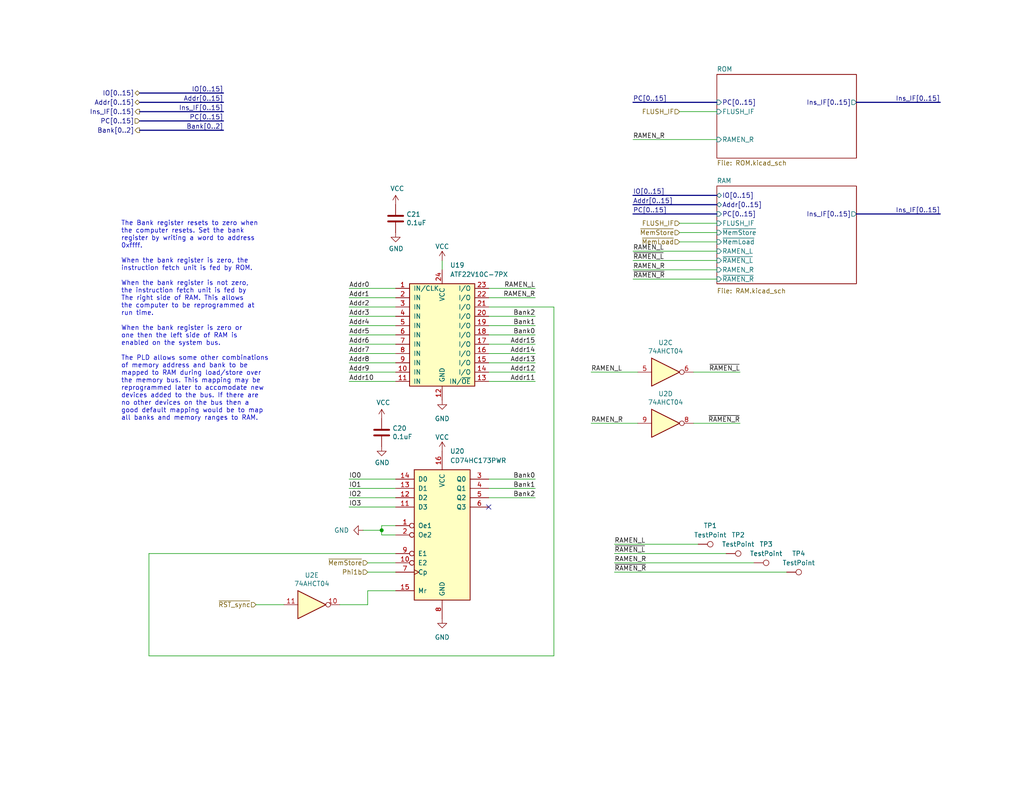
<source format=kicad_sch>
(kicad_sch (version 20250114) (generator "eeschema") (generator_version "9.0")
  (paper "USLetter")
  (title_block (date "2025-07-01") (rev "A"))
  (lib_symbols
    (symbol "Connector:TestPoint" (pin_numbers (hide yes)) (pin_names (offset 0.762) (hide yes))
      (property "Reference" "TP" (at 0 6.858 0))
      (property "Value" "TestPoint" (at 0 5.08 0))
      (symbol "TestPoint_0_1"
        (circle (center 0 3.302) (radius 0.762))
      )
      (symbol "TestPoint_1_1"
        (pin passive line (at 0 0 90) (length 2.54) (name "1") (number "1"))
      )
    )
    (symbol "Device:C" (pin_numbers (hide yes)) (pin_names (offset 0.254))
      (property "Reference" "C" (at 0.635 2.54 0))
      (property "Value" "C" (at 0.635 -2.54 0))
      (symbol "C_0_1"
        (polyline (pts (xy -2.032 0.762) (xy 2.032 0.762)) (stroke (width 0.508)))
        (polyline (pts (xy -2.032 -0.762) (xy 2.032 -0.762)) (stroke (width 0.508)))
      )
      (symbol "C_1_1"
        (pin passive line (at 0 3.81 270) (length 2.794) (name "~") (number "1"))
        (pin passive line (at 0 -3.81 90) (length 2.794) (name "~") (number "2"))
      )
    )
    (symbol "Turtle16:74AHCT04"
      (property "Reference" "U" (at 0 1.27 0))
      (property "Value" "74AHCT04" (at 0 -1.27 0))
      (symbol "74AHCT04_1_0"
        (polyline (pts (xy -3.81 3.81) (xy -3.81 -3.81) (xy 3.81 0) (xy -3.81 3.81)) (stroke (width 0.254)) (fill (type background)))
        (pin input line (at -7.62 0 0) (length 3.81) (name "~") (number "1"))
        (pin output inverted (at 7.62 0 180) (length 3.81) (name "~") (number "2"))
      )
      (symbol "74AHCT04_2_0"
        (polyline (pts (xy -3.81 3.81) (xy -3.81 -3.81) (xy 3.81 0) (xy -3.81 3.81)) (stroke (width 0.254)) (fill (type background)))
        (pin input line (at -7.62 0 0) (length 3.81) (name "~") (number "3"))
        (pin output inverted (at 7.62 0 180) (length 3.81) (name "~") (number "4"))
      )
      (symbol "74AHCT04_3_0"
        (polyline (pts (xy -3.81 3.81) (xy -3.81 -3.81) (xy 3.81 0) (xy -3.81 3.81)) (stroke (width 0.254)) (fill (type background)))
        (pin input line (at -7.62 0 0) (length 3.81) (name "~") (number "5"))
        (pin output inverted (at 7.62 0 180) (length 3.81) (name "~") (number "6"))
      )
      (symbol "74AHCT04_4_0"
        (polyline (pts (xy -3.81 3.81) (xy -3.81 -3.81) (xy 3.81 0) (xy -3.81 3.81)) (stroke (width 0.254)) (fill (type background)))
        (pin input line (at -7.62 0 0) (length 3.81) (name "~") (number "9"))
        (pin output inverted (at 7.62 0 180) (length 3.81) (name "~") (number "8"))
      )
      (symbol "74AHCT04_5_0"
        (polyline (pts (xy -3.81 3.81) (xy -3.81 -3.81) (xy 3.81 0) (xy -3.81 3.81)) (stroke (width 0.254)) (fill (type background)))
        (pin input line (at -7.62 0 0) (length 3.81) (name "~") (number "11"))
        (pin output inverted (at 7.62 0 180) (length 3.81) (name "~") (number "10"))
      )
      (symbol "74AHCT04_6_0"
        (polyline (pts (xy -3.81 3.81) (xy -3.81 -3.81) (xy 3.81 0) (xy -3.81 3.81)) (stroke (width 0.254)) (fill (type background)))
        (pin input line (at -7.62 0 0) (length 3.81) (name "~") (number "13"))
        (pin output inverted (at 7.62 0 180) (length 3.81) (name "~") (number "12"))
      )
      (symbol "74AHCT04_7_0"
        (pin power_in line (at 0 12.7 270) (length 5.08) (name "VCC") (number "14"))
        (pin power_in line (at 0 -12.7 90) (length 5.08) (name "GND") (number "7"))
      )
      (symbol "74AHCT04_7_1"
        (rectangle (start -5.08 7.62) (end 5.08 -7.62) (stroke (width 0.254)) (fill (type background)))
      )
    )
    (symbol "Turtle16:ATF22V10C" (pin_names (offset 1.016))
      (symbol "ATF22V10C_1_1"
        (rectangle (start -8.89 -15.24) (end 8.89 12.7) (stroke (width 0.254)) (fill (type background)))
        (pin input line (at -12.7 11.43 0) (length 3.81) (name "IN/CLK") (number "1"))
        (pin input line (at -12.7 8.89 0) (length 3.81) (name "IN") (number "2"))
        (pin input line (at -12.7 6.35 0) (length 3.81) (name "IN") (number "3"))
        (pin input line (at -12.7 3.81 0) (length 3.81) (name "IN") (number "4"))
        (pin input line (at -12.7 1.27 0) (length 3.81) (name "IN") (number "5"))
        (pin input line (at -12.7 -1.27 0) (length 3.81) (name "IN") (number "6"))
        (pin input line (at -12.7 -3.81 0) (length 3.81) (name "IN") (number "7"))
        (pin input line (at -12.7 -6.35 0) (length 3.81) (name "IN") (number "8"))
        (pin input line (at -12.7 -8.89 0) (length 3.81) (name "IN") (number "9"))
        (pin input line (at -12.7 -11.43 0) (length 3.81) (name "IN") (number "10"))
        (pin input line (at -12.7 -13.97 0) (length 3.81) (name "IN") (number "11"))
        (pin power_in line (at 0 16.51 270) (length 3.81) (name "VCC") (number "24"))
        (pin power_in line (at 0 -19.05 90) (length 3.81) (name "GND") (number "12"))
        (pin passive line (at 12.7 11.43 180) (length 3.81) (name "I/O") (number "23"))
        (pin passive line (at 12.7 8.89 180) (length 3.81) (name "I/O") (number "22"))
        (pin passive line (at 12.7 6.35 180) (length 3.81) (name "I/O") (number "21"))
        (pin passive line (at 12.7 3.81 180) (length 3.81) (name "I/O") (number "20"))
        (pin passive line (at 12.7 1.27 180) (length 3.81) (name "I/O") (number "19"))
        (pin passive line (at 12.7 -1.27 180) (length 3.81) (name "I/O") (number "18"))
        (pin passive line (at 12.7 -3.81 180) (length 3.81) (name "I/O") (number "17"))
        (pin passive line (at 12.7 -6.35 180) (length 3.81) (name "I/O") (number "16"))
        (pin passive line (at 12.7 -8.89 180) (length 3.81) (name "I/O") (number "15"))
        (pin passive line (at 12.7 -11.43 180) (length 3.81) (name "I/O") (number "14"))
        (pin input line (at 12.7 -13.97 180) (length 3.81) (name "IN/~{OE}") (number "13"))
      )
    )
    (symbol "Turtle16:CD74HC173PWR" (pin_names (offset 1.016))
      (property "Reference" "U" (at 8.89 21.59 0))
      (property "Value" "CD74HC173PWR" (at 8.89 19.05 0))
      (symbol "CD74HC173PWR_1_0"
        (pin input line (at -12.7 15.24 0) (length 5.08) (name "D0") (number "14"))
        (pin input line (at -12.7 12.7 0) (length 5.08) (name "D1") (number "13"))
        (pin input line (at -12.7 10.16 0) (length 5.08) (name "D2") (number "12"))
        (pin input line (at -12.7 7.62 0) (length 5.08) (name "D3") (number "11"))
        (pin input inverted (at -12.7 2.54 0) (length 5.08) (name "Oe1") (number "1"))
        (pin input inverted (at -12.7 0 0) (length 5.08) (name "Oe2") (number "2"))
        (pin input inverted (at -12.7 -5.08 0) (length 5.08) (name "E1") (number "9"))
        (pin input inverted (at -12.7 -7.62 0) (length 5.08) (name "E2") (number "10"))
        (pin input clock (at -12.7 -10.16 0) (length 5.08) (name "Cp") (number "7"))
        (pin input line (at -12.7 -15.24 0) (length 5.08) (name "Mr") (number "15"))
        (pin power_in line (at 0 22.86 270) (length 5.08) (name "VCC") (number "16"))
        (pin power_in line (at 0 -22.86 90) (length 5.08) (name "GND") (number "8"))
        (pin tri_state line (at 12.7 15.24 180) (length 5.08) (name "Q0") (number "3"))
        (pin tri_state line (at 12.7 12.7 180) (length 5.08) (name "Q1") (number "4"))
        (pin tri_state line (at 12.7 10.16 180) (length 5.08) (name "Q2") (number "5"))
        (pin tri_state line (at 12.7 7.62 180) (length 5.08) (name "Q3") (number "6"))
      )
      (symbol "CD74HC173PWR_1_1"
        (rectangle (start -7.62 17.78) (end 7.62 -17.78) (stroke (width 0.254)) (fill (type background)))
      )
    )
    (symbol "power:GND" (power) (pin_numbers (hide yes)) (pin_names (offset 0) (hide yes))
      (property "Value" "GND" (at 0 -3.81 0))
      (symbol "GND_0_1"
        (polyline (pts (xy 0 0) (xy 0 -1.27) (xy 1.27 -1.27) (xy 0 -2.54) (xy -1.27 -1.27) (xy 0 -1.27)))
      )
      (symbol "GND_1_1"
        (pin power_in line (at 0 0 270) (length 0) (name "~") (number "1"))
      )
    )
    (symbol "power:VCC" (power) (pin_numbers (hide yes)) (pin_names (offset 0) (hide yes))
      (property "Value" "VCC" (at 0 3.556 0))
      (symbol "VCC_0_1"
        (polyline (pts (xy -0.762 1.27) (xy 0 2.54)))
        (polyline (pts (xy 0 2.54) (xy 0.762 1.27)))
        (polyline (pts (xy 0 0) (xy 0 2.54)))
      )
      (symbol "VCC_1_1"
        (pin power_in line (at 0 0 90) (length 0) (name "~") (number "1"))
      )
    )
  )
  (text "The Bank register resets to zero when\nthe computer resets. Set the bank\nregister by writing a word to address\n0xffff.\n\nWhen the bank register is zero, the\ninstruction fetch unit is fed by ROM.\n\nWhen the bank register is not zero,\nthe instruction fetch unit is fed by\nThe right side of RAM. This allows\nthe computer to be reprogrammed at\nrun time.\n\nWhen the bank register is zero or\none then the left side of RAM is\nenabled on the system bus.\n\nThe PLD allows some other combinations\nof memory address and bank to be\nmapped to RAM during load/store over\nthe memory bus. This mapping may be\nreprogrammed later to accomodate new\ndevices added to the bus. If there are\nno other devices on the bus then a\ngood default mapping would be to map\nall banks and memory ranges to RAM." (at 33.02 114.935 0) (effects (font (size 1.27 1.27)) (justify left bottom)))
  (junction (at 104.14 144.78))
  (no_connect (at 133.35 138.43))
  (wire (pts (xy 146.05 135.89) (xy 133.35 135.89)))
  (bus (pts (xy 233.68 58.42) (xy 256.54 58.42)))
  (wire (pts (xy 104.14 144.78) (xy 104.14 146.05)))
  (wire (pts (xy 95.25 135.89) (xy 107.95 135.89)))
  (wire (pts (xy 95.25 88.9) (xy 107.95 88.9)))
  (wire (pts (xy 146.05 78.74) (xy 133.35 78.74)))
  (bus (pts (xy 38.1 33.02) (xy 60.96 33.02)))
  (wire (pts (xy 100.33 165.1) (xy 100.33 161.29)))
  (bus (pts (xy 195.58 27.94) (xy 172.72 27.94)))
  (wire (pts (xy 95.25 138.43) (xy 107.95 138.43)))
  (wire (pts (xy 40.64 151.13) (xy 107.95 151.13)))
  (wire (pts (xy 95.25 133.35) (xy 107.95 133.35)))
  (bus (pts (xy 195.58 58.42) (xy 172.72 58.42)))
  (wire (pts (xy 95.25 130.81) (xy 107.95 130.81)))
  (wire (pts (xy 201.93 115.57) (xy 189.23 115.57)))
  (wire (pts (xy 172.72 38.1) (xy 195.58 38.1)))
  (wire (pts (xy 95.25 91.44) (xy 107.95 91.44)))
  (wire (pts (xy 146.05 91.44) (xy 133.35 91.44)))
  (wire (pts (xy 146.05 86.36) (xy 133.35 86.36)))
  (wire (pts (xy 146.05 104.14) (xy 133.35 104.14)))
  (wire (pts (xy 69.85 165.1) (xy 77.47 165.1)))
  (wire (pts (xy 95.25 81.28) (xy 107.95 81.28)))
  (wire (pts (xy 146.05 88.9) (xy 133.35 88.9)))
  (wire (pts (xy 99.06 144.78) (xy 104.14 144.78)))
  (wire (pts (xy 172.72 71.12) (xy 195.58 71.12)))
  (wire (pts (xy 146.05 133.35) (xy 133.35 133.35)))
  (bus (pts (xy 38.1 35.56) (xy 60.96 35.56)))
  (wire (pts (xy 95.25 101.6) (xy 107.95 101.6)))
  (wire (pts (xy 167.64 156.21) (xy 214.63 156.21)))
  (wire (pts (xy 185.42 66.04) (xy 195.58 66.04)))
  (wire (pts (xy 40.64 151.13) (xy 40.64 179.07)))
  (bus (pts (xy 195.58 53.34) (xy 172.72 53.34)))
  (wire (pts (xy 104.14 146.05) (xy 107.95 146.05)))
  (wire (pts (xy 151.13 83.82) (xy 151.13 179.07)))
  (wire (pts (xy 146.05 101.6) (xy 133.35 101.6)))
  (wire (pts (xy 133.35 83.82) (xy 151.13 83.82)))
  (bus (pts (xy 38.1 30.48) (xy 60.96 30.48)))
  (wire (pts (xy 146.05 99.06) (xy 133.35 99.06)))
  (bus (pts (xy 195.58 55.88) (xy 172.72 55.88)))
  (wire (pts (xy 185.42 30.48) (xy 195.58 30.48)))
  (wire (pts (xy 95.25 83.82) (xy 107.95 83.82)))
  (wire (pts (xy 146.05 81.28) (xy 133.35 81.28)))
  (wire (pts (xy 146.05 93.98) (xy 133.35 93.98)))
  (wire (pts (xy 172.72 76.2) (xy 195.58 76.2)))
  (wire (pts (xy 95.25 99.06) (xy 107.95 99.06)))
  (wire (pts (xy 95.25 104.14) (xy 107.95 104.14)))
  (wire (pts (xy 95.25 78.74) (xy 107.95 78.74)))
  (wire (pts (xy 92.71 165.1) (xy 100.33 165.1)))
  (wire (pts (xy 100.33 161.29) (xy 107.95 161.29)))
  (wire (pts (xy 120.65 71.12) (xy 120.65 73.66)))
  (wire (pts (xy 100.33 153.67) (xy 107.95 153.67)))
  (wire (pts (xy 95.25 96.52) (xy 107.95 96.52)))
  (wire (pts (xy 100.33 156.21) (xy 107.95 156.21)))
  (wire (pts (xy 172.72 68.58) (xy 195.58 68.58)))
  (wire (pts (xy 167.64 148.59) (xy 190.5 148.59)))
  (wire (pts (xy 95.25 86.36) (xy 107.95 86.36)))
  (wire (pts (xy 95.25 93.98) (xy 107.95 93.98)))
  (wire (pts (xy 185.42 60.96) (xy 195.58 60.96)))
  (wire (pts (xy 201.93 101.6) (xy 189.23 101.6)))
  (wire (pts (xy 167.64 151.13) (xy 198.12 151.13)))
  (bus (pts (xy 38.1 25.4) (xy 60.96 25.4)))
  (wire (pts (xy 146.05 130.81) (xy 133.35 130.81)))
  (wire (pts (xy 40.64 179.07) (xy 151.13 179.07)))
  (wire (pts (xy 167.64 153.67) (xy 205.74 153.67)))
  (wire (pts (xy 104.14 143.51) (xy 104.14 144.78)))
  (wire (pts (xy 161.29 101.6) (xy 173.99 101.6)))
  (bus (pts (xy 38.1 27.94) (xy 60.96 27.94)))
  (wire (pts (xy 107.95 143.51) (xy 104.14 143.51)))
  (wire (pts (xy 146.05 96.52) (xy 133.35 96.52)))
  (wire (pts (xy 172.72 73.66) (xy 195.58 73.66)))
  (bus (pts (xy 233.68 27.94) (xy 256.54 27.94)))
  (wire (pts (xy 161.29 115.57) (xy 173.99 115.57)))
  (wire (pts (xy 185.42 63.5) (xy 195.58 63.5)))
  (label "Addr15" (at 146.05 93.98 180))
  (label "~{RAMEN_L}" (at 172.72 71.12 0))
  (label "Addr7" (at 95.25 96.52 0))
  (label "Addr1" (at 95.25 81.28 0))
  (label "RAMEN_L" (at 167.64 148.59 0))
  (label "~{RAMEN_R}" (at 167.64 156.21 0))
  (label "RAMEN_L" (at 172.72 68.58 0))
  (label "Addr9" (at 95.25 101.6 0))
  (label "PC[0..15]" (at 172.72 27.94 0))
  (label "Addr13" (at 146.05 99.06 180))
  (label "RAMEN_R" (at 167.64 153.67 0))
  (label "Addr14" (at 146.05 96.52 180))
  (label "~{RAMEN_R}" (at 201.93 115.57 180))
  (label "Bank0" (at 146.05 91.44 180))
  (label "Addr[0..15]" (at 172.72 55.88 0))
  (label "Bank1" (at 146.05 133.35 180))
  (label "Addr3" (at 95.25 86.36 0))
  (label "Bank[0..2]" (at 60.96 35.56 180))
  (label "Addr6" (at 95.25 93.98 0))
  (label "Ins_IF[0..15]" (at 256.54 27.94 180))
  (label "RAMEN_L" (at 161.29 101.6 0))
  (label "RAMEN_R" (at 172.72 73.66 0))
  (label "IO2" (at 95.25 135.89 0))
  (label "Addr11" (at 146.05 104.14 180))
  (label "~{RAMEN_L}" (at 201.93 101.6 180))
  (label "Ins_IF[0..15]" (at 60.96 30.48 180))
  (label "~{RAMEN_L}" (at 167.64 151.13 0))
  (label "Addr10" (at 95.25 104.14 0))
  (label "Addr5" (at 95.25 91.44 0))
  (label "Ins_IF[0..15]" (at 256.54 58.42 180))
  (label "Bank0" (at 146.05 130.81 180))
  (label "Addr0" (at 95.25 78.74 0))
  (label "IO[0..15]" (at 60.96 25.4 180))
  (label "PC[0..15]" (at 60.96 33.02 180))
  (label "Addr8" (at 95.25 99.06 0))
  (label "Addr2" (at 95.25 83.82 0))
  (label "Bank2" (at 146.05 86.36 180))
  (label "RAMEN_R" (at 146.05 81.28 180))
  (label "Addr4" (at 95.25 88.9 0))
  (label "IO1" (at 95.25 133.35 0))
  (label "Bank1" (at 146.05 88.9 180))
  (label "IO[0..15]" (at 172.72 53.34 0))
  (label "Bank2" (at 146.05 135.89 180))
  (label "PC[0..15]" (at 172.72 58.42 0))
  (label "RAMEN_R" (at 161.29 115.57 0))
  (label "RAMEN_R" (at 172.72 38.1 0))
  (label "IO0" (at 95.25 130.81 0))
  (label "RAMEN_L" (at 146.05 78.74 180))
  (label "IO3" (at 95.25 138.43 0))
  (label "Addr[0..15]" (at 60.96 27.94 180))
  (label "~{RAMEN_R}" (at 172.72 76.2 0))
  (label "Addr12" (at 146.05 101.6 180))
  (hierarchical_label "Phi1b" (shape input) (at 100.33 156.21 180))
  (hierarchical_label "PC[0..15]" (shape input) (at 38.1 33.02 180))
  (hierarchical_label "~{MemStore}" (shape input) (at 100.33 153.67 180))
  (hierarchical_label "IO[0..15]" (shape tri_state) (at 38.1 25.4 180))
  (hierarchical_label "~{RST_sync}" (shape input) (at 69.85 165.1 180))
  (hierarchical_label "Addr[0..15]" (shape tri_state) (at 38.1 27.94 180))
  (hierarchical_label "Bank[0..2]" (shape output) (at 38.1 35.56 180))
  (hierarchical_label "~{MemStore}" (shape input) (at 185.42 63.5 180))
  (hierarchical_label "FLUSH_IF" (shape input) (at 185.42 30.48 180))
  (hierarchical_label "Ins_IF[0..15]" (shape output) (at 38.1 30.48 180))
  (hierarchical_label "~{MemLoad}" (shape input) (at 185.42 66.04 180))
  (hierarchical_label "FLUSH_IF" (shape input) (at 185.42 60.96 180))
  (symbol (lib_id "Turtle16:ATF22V10C") (at 120.65 90.17 0) (unit 1)
    (property "Reference" "U19" (at 122.7933 72.39 0) (effects (justify left)))
    (property "Value" "ATF22V10C-7PX" (at 122.7933 74.93 0) (effects (justify left)))
    (property "Footprint" "Package_DIP:DIP-24_W7.62mm_Socket" (effects (hide yes)))
    (property "Datasheet" "https://www.mouser.com/datasheet/2/268/doc0735-1369018.pdf" (effects (hide yes)))
    (property "Manufacturer" "Microchip Technology" (effects (hide yes)))
    (property "Manufacturer#" "ATF22V10C-7PX" (effects (hide yes)))
    (property "Mouser#" "556-AF22V10C7PX" (effects (hide yes)))
    (property "Digikey#" "ATF22V10C-7PX-ND" (effects (hide yes)))
    (instances (project "MEMModule" (path "" (reference "U19") (unit 1))) (project "MainBoard" (path "" (reference "U?") (unit 1))))
  )
  (symbol (lib_id "power:GND") (at 104.14 121.92 0) (unit 1)
    (property "Reference" "#PWR03" (effects (hide yes)))
    (property "Value" "GND" (at 104.267 126.3142 0))
    (property "Description" "Power symbol creates a global label with name \"GND\" , ground" (effects (hide yes)))
    (instances (project "MEMModule" (path "" (reference "#PWR03") (unit 1))) (project "MainBoard" (path "" (reference "#PWR?") (unit 1))))
  )
  (symbol (lib_id "Turtle16:74AHCT04") (at 181.61 115.57 0) (unit 4)
    (property "Reference" "U2" (at 181.61 107.5182 0))
    (property "Value" "74AHCT04" (at 181.61 109.8296 0))
    (property "Footprint" "Package_SO:TSSOP-14_4.4x5mm_P0.65mm" (effects (hide yes)))
    (property "Datasheet" "https://assets.nexperia.com/documents/data-sheet/74AHC_AHCT04.pdf" (effects (hide yes)))
    (property "Manufacturer" "Nexperia" (effects (hide yes)))
    (property "Manufacturer#" "74AHCT04APWJ" (effects (hide yes)))
    (property "Mouser#" "771-74AHCT04APWJ" (effects (hide yes)))
    (property "Digikey#" "1727-74AHCT04APWJCT-ND" (effects (hide yes)))
    (instances (project "MEMModule" (path "" (reference "U2") (unit 4))) (project "MainBoard" (path "" (reference "U?") (unit 4))))
  )
  (symbol (lib_id "power:GND") (at 99.06 144.78 270) (unit 1)
    (property "Reference" "#PWR01" (effects (hide yes)))
    (property "Value" "GND" (at 95.25 144.7799 90) (effects (justify right)))
    (property "Description" "Power symbol creates a global label with name \"GND\" , ground" (effects (hide yes)))
    (instances (project "MEMModule" (path "" (reference "#PWR01") (unit 1))) (project "MainBoard" (path "" (reference "#PWR?") (unit 1))))
  )
  (symbol (lib_id "Device:C") (at 107.95 59.69 0) (unit 1)
    (property "Reference" "C21" (at 110.871 58.5216 0) (effects (justify left)))
    (property "Value" "0.1uF" (at 110.871 60.833 0) (effects (justify left)))
    (property "Footprint" "Capacitor_SMD:C_0603_1608Metric" (effects (hide yes)))
    (property "Datasheet" "https://www.mouser.com/datasheet/2/396/taiyo_yuden_12132018_mlcc11_hq_e-1510082.pdf" (effects (hide yes)))
    (property "Manufacturer" "Taiyo Yuden" (effects (hide yes)))
    (property "Manufacturer#" "EMK107B7104KAHT" (effects (hide yes)))
    (property "Mouser#" "963-EMK107B7104KAHT" (effects (hide yes)))
    (property "Digikey#" "587-6004-1-ND" (effects (hide yes)))
    (instances (project "MEMModule" (path "" (reference "C21") (unit 1))) (project "MainBoard" (path "" (reference "C?") (unit 1))))
  )
  (symbol (lib_id "Device:C") (at 104.14 118.11 0) (unit 1)
    (property "Reference" "C20" (at 107.061 116.9416 0) (effects (justify left)))
    (property "Value" "0.1uF" (at 107.061 119.253 0) (effects (justify left)))
    (property "Footprint" "Capacitor_SMD:C_0603_1608Metric" (effects (hide yes)))
    (property "Datasheet" "https://www.mouser.com/datasheet/2/396/taiyo_yuden_12132018_mlcc11_hq_e-1510082.pdf" (effects (hide yes)))
    (property "Manufacturer" "Taiyo Yuden" (effects (hide yes)))
    (property "Manufacturer#" "EMK107B7104KAHT" (effects (hide yes)))
    (property "Mouser#" "963-EMK107B7104KAHT" (effects (hide yes)))
    (property "Digikey#" "587-6004-1-ND" (effects (hide yes)))
    (instances (project "MEMModule" (path "" (reference "C20") (unit 1))) (project "MainBoard" (path "" (reference "C?") (unit 1))))
  )
  (symbol (lib_id "Connector:TestPoint") (at 214.63 156.21 270) (mirror x) (unit 1) (in_bom no)
    (property "Reference" "TP4" (at 217.932 151.13 90))
    (property "Value" "TestPoint" (at 217.932 153.67 90))
    (property "Footprint" "TestPoint:TestPoint_Pad_D1.0mm" (effects (hide yes)))
    (instances (project "MEMModule" (path "" (reference "TP4") (unit 1))) (project "MainBoard" (path "" (reference "TP?") (unit 1))))
  )
  (symbol (lib_id "Turtle16:74AHCT04") (at 85.09 165.1 0) (unit 5)
    (property "Reference" "U2" (at 85.09 157.0482 0))
    (property "Value" "74AHCT04" (at 85.09 159.3596 0))
    (property "Footprint" "Package_SO:TSSOP-14_4.4x5mm_P0.65mm" (effects (hide yes)))
    (property "Datasheet" "https://assets.nexperia.com/documents/data-sheet/74AHC_AHCT04.pdf" (effects (hide yes)))
    (property "Manufacturer" "Nexperia" (effects (hide yes)))
    (property "Manufacturer#" "74AHCT04APWJ" (effects (hide yes)))
    (property "Mouser#" "771-74AHCT04APWJ" (effects (hide yes)))
    (property "Digikey#" "1727-74AHCT04APWJCT-ND" (effects (hide yes)))
    (instances (project "MEMModule" (path "" (reference "U2") (unit 5))) (project "MainBoard" (path "" (reference "U?") (unit 5))))
  )
  (symbol (lib_id "Turtle16:74AHCT04") (at 181.61 101.6 0) (unit 3)
    (property "Reference" "U2" (at 181.61 93.5482 0))
    (property "Value" "74AHCT04" (at 181.61 95.8596 0))
    (property "Footprint" "Package_SO:TSSOP-14_4.4x5mm_P0.65mm" (effects (hide yes)))
    (property "Datasheet" "https://assets.nexperia.com/documents/data-sheet/74AHC_AHCT04.pdf" (effects (hide yes)))
    (property "Manufacturer" "Nexperia" (effects (hide yes)))
    (property "Manufacturer#" "74AHCT04APWJ" (effects (hide yes)))
    (property "Mouser#" "771-74AHCT04APWJ" (effects (hide yes)))
    (property "Digikey#" "1727-74AHCT04APWJCT-ND" (effects (hide yes)))
    (instances (project "MEMModule" (path "" (reference "U2") (unit 3))) (project "MainBoard" (path "" (reference "U?") (unit 3))))
  )
  (symbol (lib_id "power:GND") (at 120.65 168.91 0) (unit 1)
    (property "Reference" "#PWR09" (effects (hide yes)))
    (property "Value" "GND" (at 120.65 173.99 0))
    (property "Description" "Power symbol creates a global label with name \"GND\" , ground" (effects (hide yes)))
    (instances (project "MEMModule" (path "" (reference "#PWR09") (unit 1))) (project "MainBoard" (path "" (reference "#PWR?") (unit 1))))
  )
  (symbol (lib_id "power:GND") (at 120.65 109.22 0) (unit 1)
    (property "Reference" "#PWR07" (effects (hide yes)))
    (property "Value" "GND" (at 120.65 114.3 0))
    (property "Description" "Power symbol creates a global label with name \"GND\" , ground" (effects (hide yes)))
    (instances (project "MEMModule" (path "" (reference "#PWR07") (unit 1))) (project "MainBoard" (path "" (reference "#PWR?") (unit 1))))
  )
  (symbol (lib_id "Turtle16:CD74HC173PWR") (at 120.65 146.05 0) (unit 1)
    (property "Reference" "U20" (at 122.7933 123.19 0) (effects (justify left)))
    (property "Value" "CD74HC173PWR" (at 122.7933 125.73 0) (effects (justify left)))
    (property "Footprint" "Package_SO:TSSOP-16_4.4x5mm_P0.65mm" (effects (hide yes)))
    (property "Datasheet" "https://www.ti.com/general/docs/suppproductinfo.tsp?distId=26&gotoUrl=https://www.ti.com/lit/gpn/cd74hc173" (effects (hide yes)))
    (property "Manufacturer" "Texas Instruments" (effects (hide yes)))
    (property "Manufacturer#" "CD74HC173PWR" (effects (hide yes)))
    (property "Mouser#" "595-CD74HC173PWR" (effects (hide yes)))
    (property "Digikey#" "296-12792-1-ND" (effects (hide yes)))
    (instances (project "MEMModule" (path "" (reference "U20") (unit 1))) (project "MainBoard" (path "" (reference "U?") (unit 1))))
  )
  (symbol (lib_id "Connector:TestPoint") (at 205.74 153.67 270) (mirror x) (unit 1) (in_bom no)
    (property "Reference" "TP3" (at 209.042 148.59 90))
    (property "Value" "TestPoint" (at 209.042 151.13 90))
    (property "Footprint" "TestPoint:TestPoint_Pad_D1.0mm" (effects (hide yes)))
    (instances (project "MEMModule" (path "" (reference "TP3") (unit 1))) (project "MainBoard" (path "" (reference "TP?") (unit 1))))
  )
  (symbol (lib_id "power:VCC") (at 120.65 123.19 0) (unit 1)
    (property "Reference" "#PWR08" (effects (hide yes)))
    (property "Value" "VCC" (at 120.65 119.38 0))
    (property "Description" "Power symbol creates a global label with name \"VCC\"" (effects (hide yes)))
    (instances (project "MEMModule" (path "" (reference "#PWR08") (unit 1))) (project "MainBoard" (path "" (reference "#PWR?") (unit 1))))
  )
  (symbol (lib_id "power:GND") (at 107.95 63.5 0) (unit 1)
    (property "Reference" "#PWR05" (effects (hide yes)))
    (property "Value" "GND" (at 108.077 67.8942 0))
    (property "Description" "Power symbol creates a global label with name \"GND\" , ground" (effects (hide yes)))
    (instances (project "MEMModule" (path "" (reference "#PWR05") (unit 1))) (project "MainBoard" (path "" (reference "#PWR?") (unit 1))))
  )
  (symbol (lib_id "Connector:TestPoint") (at 190.5 148.59 270) (mirror x) (unit 1) (in_bom no)
    (property "Reference" "TP1" (at 193.802 143.51 90))
    (property "Value" "TestPoint" (at 193.802 146.05 90))
    (property "Footprint" "TestPoint:TestPoint_Pad_D1.0mm" (effects (hide yes)))
    (instances (project "MEMModule" (path "" (reference "TP1") (unit 1))) (project "MainBoard" (path "" (reference "TP?") (unit 1))))
  )
  (symbol (lib_id "power:VCC") (at 104.14 114.3 0) (unit 1)
    (property "Reference" "#PWR02" (effects (hide yes)))
    (property "Value" "VCC" (at 104.5718 109.9058 0))
    (property "Description" "Power symbol creates a global label with name \"VCC\"" (effects (hide yes)))
    (instances (project "MEMModule" (path "" (reference "#PWR02") (unit 1))) (project "MainBoard" (path "" (reference "#PWR?") (unit 1))))
  )
  (symbol (lib_id "power:VCC") (at 107.95 55.88 0) (unit 1)
    (property "Reference" "#PWR04" (effects (hide yes)))
    (property "Value" "VCC" (at 108.3818 51.4858 0))
    (property "Description" "Power symbol creates a global label with name \"VCC\"" (effects (hide yes)))
    (instances (project "MEMModule" (path "" (reference "#PWR04") (unit 1))) (project "MainBoard" (path "" (reference "#PWR?") (unit 1))))
  )
  (symbol (lib_id "Connector:TestPoint") (at 198.12 151.13 270) (mirror x) (unit 1) (in_bom no)
    (property "Reference" "TP2" (at 201.422 146.05 90))
    (property "Value" "TestPoint" (at 201.422 148.59 90))
    (property "Footprint" "TestPoint:TestPoint_Pad_D1.0mm" (effects (hide yes)))
    (instances (project "MEMModule" (path "" (reference "TP2") (unit 1))) (project "MainBoard" (path "" (reference "TP?") (unit 1))))
  )
  (symbol (lib_id "power:VCC") (at 120.65 71.12 0) (unit 1)
    (property "Reference" "#PWR06" (effects (hide yes)))
    (property "Value" "VCC" (at 120.65 67.31 0))
    (property "Description" "Power symbol creates a global label with name \"VCC\"" (effects (hide yes)))
    (instances (project "MEMModule" (path "" (reference "#PWR06") (unit 1))) (project "MainBoard" (path "" (reference "#PWR?") (unit 1))))
  )
  (sheet (at 195.58 20.32) (size 38.1 22.86) (stroke (width 0.1524))
    (property "Sheetname" "ROM" (at 195.58 19.6084 0) (effects (justify left bottom)))
    (property "Sheetfile" "ROM.kicad_sch" (at 195.58 43.7646 0) (effects (justify left top)))
    (pin "RAMEN_R" input (at 195.58 38.1 180))
    (pin "FLUSH_IF" input (at 195.58 30.48 180))
    (pin "PC[0..15]" input (at 195.58 27.94 180))
    (pin "Ins_IF[0..15]" output (at 233.68 27.94 0))
  )
  (sheet (at 195.58 50.8) (size 38.1 26.67) (stroke (width 0.1524))
    (property "Sheetname" "RAM" (at 195.58 50.0884 0) (effects (justify left bottom)))
    (property "Sheetfile" "RAM.kicad_sch" (at 195.58 78.6896 0) (effects (justify left top)))
    (pin "Ins_IF[0..15]" output (at 233.68 58.42 0))
    (pin "IO[0..15]" tri_state (at 195.58 53.34 180))
    (pin "Addr[0..15]" tri_state (at 195.58 55.88 180))
    (pin "PC[0..15]" input (at 195.58 58.42 180))
    (pin "FLUSH_IF" input (at 195.58 60.96 180))
    (pin "~{MemStore}" input (at 195.58 63.5 180))
    (pin "~{MemLoad}" input (at 195.58 66.04 180))
    (pin "~{RAMEN_L}" input (at 195.58 71.12 180))
    (pin "~{RAMEN_R}" input (at 195.58 76.2 180))
    (pin "RAMEN_R" input (at 195.58 73.66 180))
    (pin "RAMEN_L" input (at 195.58 68.58 180))
  )
)
</source>
